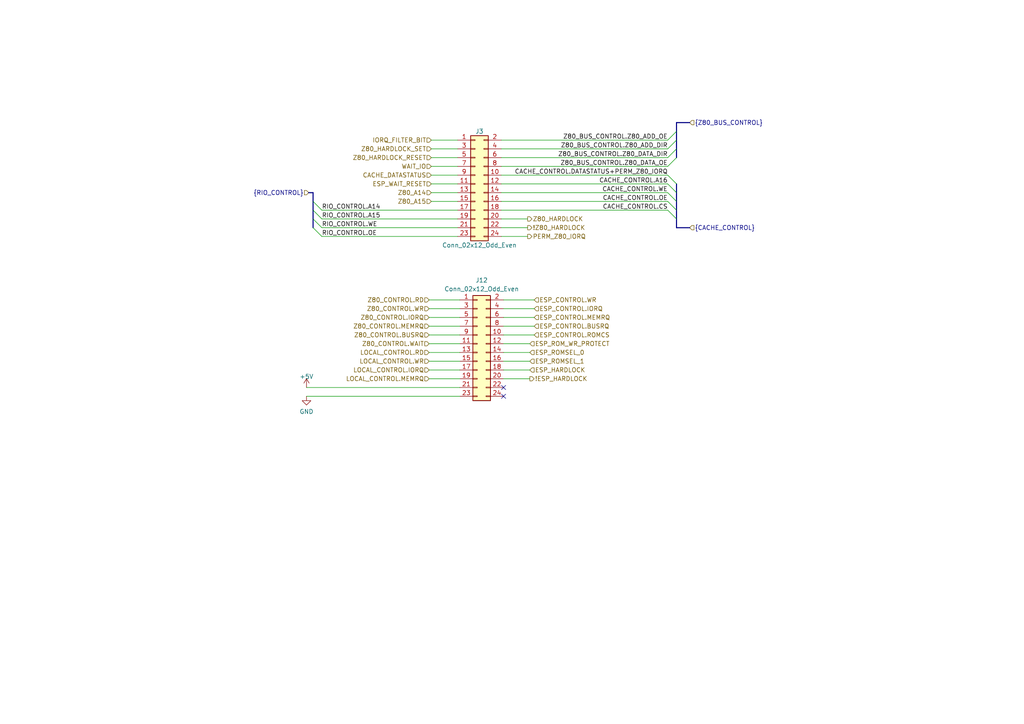
<source format=kicad_sch>
(kicad_sch (version 20230121) (generator eeschema)
  (paper "A4")
  (lib_symbols
    (symbol "Connector_Generic:Conn_02x12_Odd_Even" (pin_names (offset 1.016) hide)
      (property "Reference" "J" (at 1.27 15.24 0))
      (property "Value" "Conn_02x12_Odd_Even" (at 1.27 -17.78 0))
      (symbol "Conn_02x12_Odd_Even_1_1"
        (rectangle (start -1.27 -15.113) (end 0 -15.367) (stroke (width 0.1524)))
        (rectangle (start -1.27 -12.573) (end 0 -12.827) (stroke (width 0.1524)))
        (rectangle (start -1.27 -10.033) (end 0 -10.287) (stroke (width 0.1524)))
        (rectangle (start -1.27 -7.493) (end 0 -7.747) (stroke (width 0.1524)))
        (rectangle (start -1.27 -4.953) (end 0 -5.207) (stroke (width 0.1524)))
        (rectangle (start -1.27 -2.413) (end 0 -2.667) (stroke (width 0.1524)))
        (rectangle (start -1.27 0.127) (end 0 -0.127) (stroke (width 0.1524)))
        (rectangle (start -1.27 2.667) (end 0 2.413) (stroke (width 0.1524)))
        (rectangle (start -1.27 5.207) (end 0 4.953) (stroke (width 0.1524)))
        (rectangle (start -1.27 7.747) (end 0 7.493) (stroke (width 0.1524)))
        (rectangle (start -1.27 10.287) (end 0 10.033) (stroke (width 0.1524)))
        (rectangle (start -1.27 12.827) (end 0 12.573) (stroke (width 0.1524)))
        (rectangle (start -1.27 13.97) (end 3.81 -16.51) (stroke (width 0.254)) (fill (type background)))
        (rectangle (start 3.81 -15.113) (end 2.54 -15.367) (stroke (width 0.1524)))
        (rectangle (start 3.81 -12.573) (end 2.54 -12.827) (stroke (width 0.1524)))
        (rectangle (start 3.81 -10.033) (end 2.54 -10.287) (stroke (width 0.1524)))
        (rectangle (start 3.81 -7.493) (end 2.54 -7.747) (stroke (width 0.1524)))
        (rectangle (start 3.81 -4.953) (end 2.54 -5.207) (stroke (width 0.1524)))
        (rectangle (start 3.81 -2.413) (end 2.54 -2.667) (stroke (width 0.1524)))
        (rectangle (start 3.81 0.127) (end 2.54 -0.127) (stroke (width 0.1524)))
        (rectangle (start 3.81 2.667) (end 2.54 2.413) (stroke (width 0.1524)))
        (rectangle (start 3.81 5.207) (end 2.54 4.953) (stroke (width 0.1524)))
        (rectangle (start 3.81 7.747) (end 2.54 7.493) (stroke (width 0.1524)))
        (rectangle (start 3.81 10.287) (end 2.54 10.033) (stroke (width 0.1524)))
        (rectangle (start 3.81 12.827) (end 2.54 12.573) (stroke (width 0.1524)))
        (pin passive line (at -5.08 12.7 0) (length 3.81) (name "Pin_1") (number "1"))
        (pin passive line (at 7.62 2.54 180) (length 3.81) (name "Pin_10") (number "10"))
        (pin passive line (at -5.08 0 0) (length 3.81) (name "Pin_11") (number "11"))
        (pin passive line (at 7.62 0 180) (length 3.81) (name "Pin_12") (number "12"))
        (pin passive line (at -5.08 -2.54 0) (length 3.81) (name "Pin_13") (number "13"))
        (pin passive line (at 7.62 -2.54 180) (length 3.81) (name "Pin_14") (number "14"))
        (pin passive line (at -5.08 -5.08 0) (length 3.81) (name "Pin_15") (number "15"))
        (pin passive line (at 7.62 -5.08 180) (length 3.81) (name "Pin_16") (number "16"))
        (pin passive line (at -5.08 -7.62 0) (length 3.81) (name "Pin_17") (number "17"))
        (pin passive line (at 7.62 -7.62 180) (length 3.81) (name "Pin_18") (number "18"))
        (pin passive line (at -5.08 -10.16 0) (length 3.81) (name "Pin_19") (number "19"))
        (pin passive line (at 7.62 12.7 180) (length 3.81) (name "Pin_2") (number "2"))
        (pin passive line (at 7.62 -10.16 180) (length 3.81) (name "Pin_20") (number "20"))
        (pin passive line (at -5.08 -12.7 0) (length 3.81) (name "Pin_21") (number "21"))
        (pin passive line (at 7.62 -12.7 180) (length 3.81) (name "Pin_22") (number "22"))
        (pin passive line (at -5.08 -15.24 0) (length 3.81) (name "Pin_23") (number "23"))
        (pin passive line (at 7.62 -15.24 180) (length 3.81) (name "Pin_24") (number "24"))
        (pin passive line (at -5.08 10.16 0) (length 3.81) (name "Pin_3") (number "3"))
        (pin passive line (at 7.62 10.16 180) (length 3.81) (name "Pin_4") (number "4"))
        (pin passive line (at -5.08 7.62 0) (length 3.81) (name "Pin_5") (number "5"))
        (pin passive line (at 7.62 7.62 180) (length 3.81) (name "Pin_6") (number "6"))
        (pin passive line (at -5.08 5.08 0) (length 3.81) (name "Pin_7") (number "7"))
        (pin passive line (at 7.62 5.08 180) (length 3.81) (name "Pin_8") (number "8"))
        (pin passive line (at -5.08 2.54 0) (length 3.81) (name "Pin_9") (number "9"))
      )
    )
    (symbol "power:+5V" (power) (pin_names (offset 0))
      (property "Value" "+5V" (at 0 3.556 0))
      (symbol "+5V_0_1"
        (polyline (pts (xy -0.762 1.27) (xy 0 2.54)))
        (polyline (pts (xy 0 0) (xy 0 2.54)))
        (polyline (pts (xy 0 2.54) (xy 0.762 1.27)))
      )
      (symbol "+5V_1_1"
        (pin power_in line (at 0 0 90) (length 0) hide (name "+5V") (number "1"))
      )
    )
    (symbol "power:GND" (power) (pin_names (offset 0))
      (property "Value" "GND" (at 0 -3.81 0))
      (symbol "GND_0_1"
        (polyline (pts (xy 0 0) (xy 0 -1.27) (xy 1.27 -1.27) (xy 0 -2.54) (xy -1.27 -1.27) (xy 0 -1.27)))
      )
      (symbol "GND_1_1"
        (pin power_in line (at 0 0 270) (length 0) hide (name "GND") (number "1"))
      )
    )
  )
  (no_connect (at 146.05 114.935))
  (no_connect (at 146.05 112.395))
  (bus_entry (at 196.215 40.64) (size -2.54 2.54))
  (bus_entry (at 193.675 58.42) (size 2.54 2.54))
  (bus_entry (at 193.675 60.96) (size 2.54 2.54))
  (bus_entry (at 193.675 50.8) (size 2.54 2.54))
  (bus_entry (at 193.675 53.34) (size 2.54 2.54))
  (bus_entry (at 193.675 55.88) (size 2.54 2.54))
  (bus_entry (at 93.345 66.04) (size -2.54 -2.54))
  (bus_entry (at 93.345 60.96) (size -2.54 -2.54))
  (bus_entry (at 196.215 45.72) (size -2.54 2.54))
  (bus_entry (at 196.215 38.1) (size -2.54 2.54))
  (bus_entry (at 93.345 63.5) (size -2.54 -2.54))
  (bus_entry (at 93.345 68.58) (size -2.54 -2.54))
  (bus_entry (at 196.215 43.18) (size -2.54 2.54))
  (wire (pts (xy 132.715 63.5) (xy 93.345 63.5)))
  (wire (pts (xy 132.715 66.04) (xy 93.345 66.04)))
  (wire (pts (xy 132.715 55.88) (xy 125.095 55.88)))
  (wire (pts (xy 133.35 97.155) (xy 124.46 97.155)))
  (wire (pts (xy 146.05 107.315) (xy 153.67 107.315)))
  (wire (pts (xy 132.715 43.18) (xy 125.095 43.18)))
  (bus (pts (xy 196.215 55.88) (xy 196.215 58.42)))
  (wire (pts (xy 124.46 92.075) (xy 133.35 92.075)))
  (wire (pts (xy 193.675 45.72) (xy 145.415 45.72)))
  (bus (pts (xy 90.805 55.88) (xy 90.805 58.42)))
  (wire (pts (xy 193.675 48.26) (xy 145.415 48.26)))
  (wire (pts (xy 193.675 58.42) (xy 145.415 58.42)))
  (wire (pts (xy 133.35 99.695) (xy 124.46 99.695)))
  (wire (pts (xy 193.675 60.96) (xy 145.415 60.96)))
  (bus (pts (xy 196.215 63.5) (xy 196.215 66.04)))
  (bus (pts (xy 90.805 58.42) (xy 90.805 60.96)))
  (wire (pts (xy 146.05 86.995) (xy 154.94 86.995)))
  (wire (pts (xy 132.715 40.64) (xy 125.095 40.64)))
  (wire (pts (xy 133.35 89.535) (xy 124.46 89.535)))
  (wire (pts (xy 133.35 114.935) (xy 88.9 114.935)))
  (wire (pts (xy 132.715 68.58) (xy 93.345 68.58)))
  (wire (pts (xy 125.095 50.8) (xy 132.715 50.8)))
  (wire (pts (xy 145.415 68.58) (xy 153.035 68.58)))
  (wire (pts (xy 133.35 94.615) (xy 124.46 94.615)))
  (wire (pts (xy 133.35 102.235) (xy 124.46 102.235)))
  (wire (pts (xy 146.05 89.535) (xy 154.94 89.535)))
  (bus (pts (xy 196.215 35.56) (xy 196.215 38.1)))
  (bus (pts (xy 89.535 55.88) (xy 90.805 55.88)))
  (bus (pts (xy 196.215 66.04) (xy 200.025 66.04)))
  (wire (pts (xy 133.35 112.395) (xy 88.9 112.395)))
  (bus (pts (xy 196.215 58.42) (xy 196.215 60.96)))
  (wire (pts (xy 153.67 104.775) (xy 146.05 104.775)))
  (wire (pts (xy 132.715 45.72) (xy 125.095 45.72)))
  (bus (pts (xy 196.215 43.18) (xy 196.215 45.72)))
  (wire (pts (xy 145.415 66.04) (xy 153.035 66.04)))
  (bus (pts (xy 196.215 60.96) (xy 196.215 63.5)))
  (wire (pts (xy 153.035 63.5) (xy 145.415 63.5)))
  (wire (pts (xy 146.05 99.695) (xy 153.67 99.695)))
  (wire (pts (xy 146.05 109.855) (xy 153.67 109.855)))
  (wire (pts (xy 193.675 43.18) (xy 145.415 43.18)))
  (bus (pts (xy 200.025 35.56) (xy 196.215 35.56)))
  (wire (pts (xy 146.05 94.615) (xy 154.94 94.615)))
  (wire (pts (xy 132.715 58.42) (xy 125.095 58.42)))
  (wire (pts (xy 132.715 60.96) (xy 93.345 60.96)))
  (wire (pts (xy 193.675 53.34) (xy 145.415 53.34)))
  (wire (pts (xy 146.05 102.235) (xy 153.67 102.235)))
  (wire (pts (xy 133.35 109.855) (xy 124.46 109.855)))
  (bus (pts (xy 196.215 53.34) (xy 196.215 55.88)))
  (wire (pts (xy 193.675 50.8) (xy 145.415 50.8)))
  (bus (pts (xy 196.215 38.1) (xy 196.215 40.64)))
  (bus (pts (xy 90.805 60.96) (xy 90.805 63.5)))
  (wire (pts (xy 133.35 107.315) (xy 124.46 107.315)))
  (wire (pts (xy 133.35 86.995) (xy 124.46 86.995)))
  (wire (pts (xy 133.35 104.775) (xy 124.46 104.775)))
  (wire (pts (xy 193.675 55.88) (xy 145.415 55.88)))
  (wire (pts (xy 193.675 40.64) (xy 145.415 40.64)))
  (bus (pts (xy 196.215 40.64) (xy 196.215 43.18)))
  (bus (pts (xy 90.805 63.5) (xy 90.805 66.04)))
  (wire (pts (xy 132.715 48.26) (xy 125.095 48.26)))
  (wire (pts (xy 146.05 92.075) (xy 154.94 92.075)))
  (wire (pts (xy 146.05 97.155) (xy 154.94 97.155)))
  (wire (pts (xy 132.715 53.34) (xy 125.095 53.34)))
  (label "CACHE_CONTROL.WE" (at 193.675 55.88 180))
  (label "RIO_CONTROL.A14" (at 93.345 60.96 0))
  (label "Z80_BUS_CONTROL.Z80_ADD_OE" (at 193.675 40.64 180))
  (label "Z80_BUS_CONTROL.Z80_ADD_DIR" (at 193.675 43.18 180))
  (label "CACHE_CONTROL.DATASTATUS+PERM_Z80_IORQ" (at 193.675 50.8 180))
  (label "RIO_CONTROL.WE" (at 93.345 66.04 0))
  (label "Z80_BUS_CONTROL.Z80_DATA_DIR" (at 193.675 45.72 180))
  (label "RIO_CONTROL.OE" (at 93.345 68.58 0))
  (label "CACHE_CONTROL.OE" (at 193.675 58.42 180))
  (label "RIO_CONTROL.A15" (at 93.345 63.5 0))
  (label "CACHE_CONTROL.A16" (at 193.675 53.34 180))
  (label "Z80_BUS_CONTROL.Z80_DATA_OE" (at 193.675 48.26 180))
  (label "CACHE_CONTROL.CS" (at 193.675 60.96 180))
  (hierarchical_label "ESP_CONTROL.WR" (shape input) (at 154.94 86.995 0))
  (hierarchical_label "{CACHE_CONTROL}" (shape input) (at 200.025 66.04 0))
  (hierarchical_label "{RIO_CONTROL}" (shape input) (at 89.535 55.88 180))
  (hierarchical_label "Z80_CONTROL.IORQ" (shape input) (at 124.46 92.075 180))
  (hierarchical_label "Z80_CONTROL.MEMRQ" (shape input) (at 124.46 94.615 180))
  (hierarchical_label "{Z80_BUS_CONTROL}" (shape input) (at 200.025 35.56 0))
  (hierarchical_label "Z80_CONTROL.BUSRQ" (shape input) (at 124.46 97.155 180))
  (hierarchical_label "ESP_WAIT_RESET" (shape input) (at 125.095 53.34 180))
  (hierarchical_label "Z80_CONTROL.WR" (shape input) (at 124.46 89.535 180))
  (hierarchical_label "Z80_HARDLOCK" (shape output) (at 153.035 63.5 0))
  (hierarchical_label "!Z80_HARDLOCK" (shape output) (at 153.035 66.04 0))
  (hierarchical_label "LOCAL_CONTROL.IORQ" (shape input) (at 124.46 107.315 180))
  (hierarchical_label "LOCAL_CONTROL.WR" (shape input) (at 124.46 104.775 180))
  (hierarchical_label "ESP_CONTROL.IORQ" (shape input) (at 154.94 89.535 0))
  (hierarchical_label "Z80_HARDLOCK_SET" (shape input) (at 125.095 43.18 180))
  (hierarchical_label "ESP_ROM_WR_PROTECT" (shape input) (at 153.67 99.695 0))
  (hierarchical_label "Z80_CONTROL.RD" (shape input) (at 124.46 86.995 180))
  (hierarchical_label "ESP_ROMSEL_0" (shape input) (at 153.67 102.235 0))
  (hierarchical_label "!ESP_HARDLOCK" (shape output) (at 153.67 109.855 0))
  (hierarchical_label "ESP_CONTROL.BUSRQ" (shape input) (at 154.94 94.615 0))
  (hierarchical_label "ESP_HARDLOCK" (shape input) (at 153.67 107.315 0))
  (hierarchical_label "Z80_HARDLOCK_RESET" (shape input) (at 125.095 45.72 180))
  (hierarchical_label "LOCAL_CONTROL.MEMRQ" (shape input) (at 124.46 109.855 180))
  (hierarchical_label "WAIT_IO" (shape input) (at 125.095 48.26 180))
  (hierarchical_label "Z80_A15" (shape input) (at 125.095 58.42 180))
  (hierarchical_label "CACHE_DATASTATUS" (shape input) (at 125.095 50.8 180))
  (hierarchical_label "IORQ_FILTER_BIT" (shape input) (at 125.095 40.64 180))
  (hierarchical_label "ESP_CONTROL.ROMCS" (shape input) (at 154.94 97.155 0))
  (hierarchical_label "Z80_A14" (shape input) (at 125.095 55.88 180))
  (hierarchical_label "Z80_CONTROL.WAIT" (shape input) (at 124.46 99.695 180))
  (hierarchical_label "ESP_CONTROL.MEMRQ" (shape input) (at 154.94 92.075 0))
  (hierarchical_label "LOCAL_CONTROL.RD" (shape input) (at 124.46 102.235 180))
  (hierarchical_label "ESP_ROMSEL_1" (shape input) (at 153.67 104.775 0))
  (hierarchical_label "PERM_Z80_IORQ" (shape output) (at 153.035 68.58 0))
  (symbol (lib_id "Connector_Generic:Conn_02x12_Odd_Even") (at 137.795 53.34 0) (unit 1)
    (property "Reference" "J3" (at 139.065 38.1 0))
    (property "Value" "Conn_02x12_Odd_Even" (at 139.065 71.12 0))
    (property "Footprint" "Connector_PinHeader_2.54mm:PinHeader_2x16_P2.54mm_Vertical" (effects hide))
    (instances (project "FujiNet_Z80Bus_ReferenceDesign" (path "" (reference "J3") (unit 1)) (path "" (reference "J?") (unit 1))))
  )
  (symbol (lib_id "Connector_Generic:Conn_02x12_Odd_Even") (at 138.43 99.695 0) (unit 1)
    (property "Reference" "J12" (at 139.7 81.28 0))
    (property "Value" "Conn_02x12_Odd_Even" (at 139.7 83.82 0))
    (property "Footprint" "Connector_PinHeader_2.54mm:PinHeader_2x16_P2.54mm_Vertical" (effects hide))
    (instances (project "FujiNet_Z80Bus_ReferenceDesign" (path "" (reference "J12") (unit 1)) (path "" (reference "J?") (unit 1))))
  )
  (symbol (lib_id "power:GND") (at 88.9 114.935 0) (mirror y) (unit 1)
    (property "Reference" "#PWR072" (effects hide))
    (property "Value" "GND" (at 88.9 119.38 0))
    (instances (project "FujiNet_Z80Bus_ReferenceDesign" (path "" (reference "#PWR072") (unit 1)) (path "" (reference "#PWR?") (unit 1))) (project "GLUE_ZXspectrum" (path "" (reference "#PWR078") (unit 1))))
  )
  (symbol (lib_id "power:+5V") (at 88.9 112.395 0) (mirror y) (unit 1)
    (property "Reference" "#PWR071" (effects hide))
    (property "Value" "+5V" (at 88.9 109.22 0))
    (instances (project "FujiNet_Z80Bus_ReferenceDesign" (path "" (reference "#PWR071") (unit 1)) (path "" (reference "#PWR?") (unit 1))) (project "GLUE_ZXspectrum" (path "" (reference "#PWR077") (unit 1))))
  )
)
</source>
